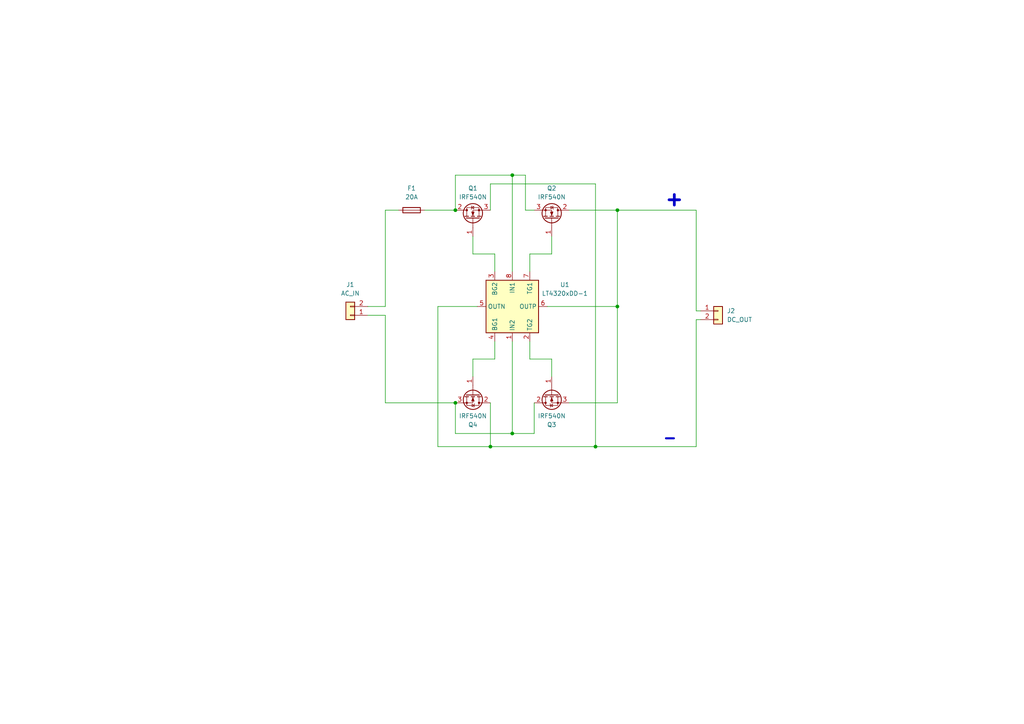
<source format=kicad_sch>
(kicad_sch (version 20231120) (generator "eeschema") (generator_version "8.0")
  (paper "A4")
  (lib_symbols
    (symbol "Connector_Generic:Conn_01x02" (pin_names (offset 1.016) hide)
      (property "Reference" "J" (at 0 2.54 0))
      (property "Value" "Conn_01x02" (at 0 -5.08 0))
      (symbol "Conn_01x02_1_1"
        (rectangle (start -1.27 -2.413) (end 0 -2.667) (stroke (width 0.1524)))
        (rectangle (start -1.27 0.127) (end 0 -0.127) (stroke (width 0.1524)))
        (rectangle (start -1.27 1.27) (end 1.27 -3.81) (stroke (width 0.254)) (fill (type background)))
        (pin passive line (at -5.08 0 0) (length 3.81) (name "Pin_1") (number "1"))
        (pin passive line (at -5.08 -2.54 0) (length 3.81) (name "Pin_2") (number "2"))
      )
    )
    (symbol "Device:Fuse" (pin_numbers hide) (pin_names (offset 0))
      (property "Reference" "F" (at 2.032 0 90))
      (property "Value" "Fuse" (at -1.905 0 90))
      (symbol "Fuse_0_1"
        (rectangle (start -0.762 -2.54) (end 0.762 2.54) (stroke (width 0.254)))
        (polyline (pts (xy 0 2.54) (xy 0 -2.54)))
      )
      (symbol "Fuse_1_1"
        (pin passive line (at 0 3.81 270) (length 1.27) (name "~") (number "1"))
        (pin passive line (at 0 -3.81 90) (length 1.27) (name "~") (number "2"))
      )
    )
    (symbol "Power_Management:LT4320xDD-1"
      (property "Reference" "U" (at -6.35 8.89 0))
      (property "Value" "LT4320xDD-1" (at 1.27 8.89 0))
      (symbol "LT4320xDD-1_0_1"
        (rectangle (start -7.62 7.62) (end 7.62 -7.62) (stroke (width 0.254)) (fill (type background)))
      )
      (symbol "LT4320xDD-1_1_1"
        (pin power_in line (at 10.16 0 180) (length 2.54) (name "IN2") (number "1"))
        (pin output line (at 10.16 5.08 180) (length 2.54) (name "TG2") (number "2"))
        (pin output line (at -10.16 -5.08 0) (length 2.54) (name "BG2") (number "3"))
        (pin output line (at 10.16 -5.08 180) (length 2.54) (name "BG1") (number "4"))
        (pin power_in line (at 0 -10.16 90) (length 2.54) (name "OUTN") (number "5"))
        (pin power_in line (at 0 10.16 270) (length 2.54) (name "OUTP") (number "6"))
        (pin output line (at -10.16 5.08 0) (length 2.54) (name "TG1") (number "7"))
        (pin power_in line (at -10.16 0 0) (length 2.54) (name "IN1") (number "8"))
        (pin passive line (at 0 -10.16 90) (length 2.54) hide (name "OUTN") (number "9"))
      )
    )
    (symbol "Transistor_FET:IRF540N" (pin_names hide)
      (property "Reference" "Q" (at 5.08 1.905 0))
      (property "Value" "IRF540N" (at 5.08 0 0))
      (symbol "IRF540N_0_1"
        (polyline (pts (xy 0.254 0) (xy -2.54 0)))
        (polyline (pts (xy 0.254 1.905) (xy 0.254 -1.905)) (stroke (width 0.254)))
        (polyline (pts (xy 0.762 -1.27) (xy 0.762 -2.286)) (stroke (width 0.254)))
        (polyline (pts (xy 0.762 0.508) (xy 0.762 -0.508)) (stroke (width 0.254)))
        (polyline (pts (xy 0.762 2.286) (xy 0.762 1.27)) (stroke (width 0.254)))
        (polyline (pts (xy 2.54 2.54) (xy 2.54 1.778)))
        (polyline (pts (xy 2.54 -2.54) (xy 2.54 0) (xy 0.762 0)))
        (polyline (pts (xy 0.762 -1.778) (xy 3.302 -1.778) (xy 3.302 1.778) (xy 0.762 1.778)))
        (polyline (pts (xy 1.016 0) (xy 2.032 0.381) (xy 2.032 -0.381) (xy 1.016 0)) (fill (type outline)))
        (polyline (pts (xy 2.794 0.508) (xy 2.921 0.381) (xy 3.683 0.381) (xy 3.81 0.254)))
        (polyline (pts (xy 3.302 0.381) (xy 2.921 -0.254) (xy 3.683 -0.254) (xy 3.302 0.381)))
        (circle (center 1.651 0) (radius 2.794) (stroke (width 0.254)))
        (circle (center 2.54 -1.778) (radius 0.254) (fill (type outline)))
        (circle (center 2.54 1.778) (radius 0.254) (fill (type outline)))
      )
      (symbol "IRF540N_1_1"
        (pin input line (at -5.08 0 0) (length 2.54) (name "G") (number "1"))
        (pin passive line (at 2.54 5.08 270) (length 2.54) (name "D") (number "2"))
        (pin passive line (at 2.54 -5.08 90) (length 2.54) (name "S") (number "3"))
      )
    )
  )
  (junction (at 132.08 116.84))
  (junction (at 179.07 88.9))
  (junction (at 148.59 125.73))
  (junction (at 179.07 60.96))
  (junction (at 172.72 129.54))
  (junction (at 148.59 50.8))
  (junction (at 142.24 129.54))
  (junction (at 132.08 60.96))
  (wire (pts (xy 148.59 99.06) (xy 148.59 125.73)))
  (wire (pts (xy 172.72 129.54) (xy 201.93 129.54)))
  (wire (pts (xy 138.43 88.9) (xy 127 88.9)))
  (wire (pts (xy 143.51 78.74) (xy 143.51 73.66)))
  (wire (pts (xy 179.07 60.96) (xy 179.07 88.9)))
  (wire (pts (xy 179.07 60.96) (xy 201.93 60.96)))
  (wire (pts (xy 143.51 104.14) (xy 137.16 104.14)))
  (wire (pts (xy 154.94 60.96) (xy 152.4 60.96)))
  (wire (pts (xy 152.4 50.8) (xy 148.59 50.8)))
  (wire (pts (xy 137.16 73.66) (xy 137.16 68.58)))
  (wire (pts (xy 132.08 125.73) (xy 132.08 116.84)))
  (wire (pts (xy 111.76 88.9) (xy 106.68 88.9)))
  (wire (pts (xy 148.59 125.73) (xy 132.08 125.73)))
  (wire (pts (xy 160.02 73.66) (xy 160.02 68.58)))
  (wire (pts (xy 127 88.9) (xy 127 129.54)))
  (wire (pts (xy 137.16 104.14) (xy 137.16 109.22)))
  (wire (pts (xy 153.67 99.06) (xy 153.67 104.14)))
  (wire (pts (xy 152.4 60.96) (xy 152.4 50.8)))
  (wire (pts (xy 160.02 104.14) (xy 160.02 109.22)))
  (wire (pts (xy 154.94 116.84) (xy 154.94 125.73)))
  (wire (pts (xy 123.19 60.96) (xy 132.08 60.96)))
  (wire (pts (xy 153.67 73.66) (xy 160.02 73.66)))
  (wire (pts (xy 132.08 50.8) (xy 132.08 60.96)))
  (wire (pts (xy 111.76 91.44) (xy 106.68 91.44)))
  (wire (pts (xy 154.94 125.73) (xy 148.59 125.73)))
  (wire (pts (xy 142.24 53.34) (xy 172.72 53.34)))
  (wire (pts (xy 179.07 88.9) (xy 179.07 116.84)))
  (wire (pts (xy 127 129.54) (xy 142.24 129.54)))
  (wire (pts (xy 115.57 60.96) (xy 111.76 60.96)))
  (wire (pts (xy 201.93 92.71) (xy 201.93 129.54)))
  (wire (pts (xy 143.51 99.06) (xy 143.51 104.14)))
  (wire (pts (xy 111.76 116.84) (xy 111.76 91.44)))
  (wire (pts (xy 172.72 53.34) (xy 172.72 129.54)))
  (wire (pts (xy 158.75 88.9) (xy 179.07 88.9)))
  (wire (pts (xy 142.24 60.96) (xy 142.24 53.34)))
  (wire (pts (xy 148.59 50.8) (xy 132.08 50.8)))
  (wire (pts (xy 201.93 60.96) (xy 201.93 90.17)))
  (wire (pts (xy 143.51 73.66) (xy 137.16 73.66)))
  (wire (pts (xy 165.1 116.84) (xy 179.07 116.84)))
  (wire (pts (xy 142.24 129.54) (xy 172.72 129.54)))
  (wire (pts (xy 111.76 60.96) (xy 111.76 88.9)))
  (wire (pts (xy 111.76 116.84) (xy 132.08 116.84)))
  (wire (pts (xy 148.59 50.8) (xy 148.59 78.74)))
  (wire (pts (xy 203.2 92.71) (xy 201.93 92.71)))
  (wire (pts (xy 165.1 60.96) (xy 179.07 60.96)))
  (wire (pts (xy 153.67 78.74) (xy 153.67 73.66)))
  (wire (pts (xy 201.93 90.17) (xy 203.2 90.17)))
  (wire (pts (xy 153.67 104.14) (xy 160.02 104.14)))
  (wire (pts (xy 142.24 116.84) (xy 142.24 129.54)))
  (text "+" (at 195.58 57.912 0) (effects (font (size 4 4) (thickness 0.8) (bold yes))))
  (text "_" (at 194.31 125.73 0) (effects (font (size 3 3) (bold yes))))
  (text "~" (at 102.616 80.518 0) (effects (font (size 4 4) (bold yes))))
  (symbol (lib_id "Power_Management:LT4320xDD-1") (at 148.59 88.9 270) (unit 1)
    (property "Reference" "U1" (at 163.83 82.5814 90))
    (property "Value" "LT4320xDD-1" (at 163.83 85.1214 90))
    (property "Footprint" "Package_DFN_QFN:DFN-8-1EP_3x3mm_P0.5mm_EP1.65x2.38mm" (effects (hide yes)))
    (property "Datasheet" "https://www.analog.com/media/en/technical-documentation/data-sheets/4320fb.pdf" (effects (hide yes)))
    (property "Description" "Ideal Diode Bridge Controller, DC to 600Hz, DFN-8" (effects (hide yes)))
  )
  (symbol (lib_id "Connector_Generic:Conn_01x02") (at 101.6 91.44 180) (unit 1)
    (property "Reference" "J1" (at 101.6 82.55 0))
    (property "Value" "AC_IN" (at 101.6 85.09 0))
    (property "Footprint" "Connector_Wire:SolderWire-2.5sqmm_1x02_P7.2mm_D2.4mm_OD3.6mm" (effects (hide yes)))
    (property "Description" "Generic connector, single row, 01x02, script generated (kicad-library-utils/schlib/autogen/connector/)" (effects (hide yes)))
  )
  (symbol (lib_id "Transistor_FET:IRF540N") (at 160.02 114.3 90) (mirror x) (unit 1)
    (property "Reference" "Q3" (at 160.02 123.19 90))
    (property "Value" "IRF540N" (at 160.02 120.65 90))
    (property "Footprint" "Package_TO_SOT_THT:TO-220-3_Vertical" (effects (hide yes)))
    (property "Datasheet" "http://www.irf.com/product-info/datasheets/data/irf540n.pdf" (effects (hide yes)))
    (property "Description" "33A Id, 100V Vds, HEXFET N-Channel MOSFET, TO-220" (effects (hide yes)))
  )
  (symbol (lib_id "Transistor_FET:IRF540N") (at 137.16 114.3 270) (unit 1)
    (property "Reference" "Q4" (at 137.16 123.19 90))
    (property "Value" "IRF540N" (at 137.16 120.65 90))
    (property "Footprint" "Package_TO_SOT_THT:TO-220-3_Vertical" (effects (hide yes)))
    (property "Datasheet" "http://www.irf.com/product-info/datasheets/data/irf540n.pdf" (effects (hide yes)))
    (property "Description" "33A Id, 100V Vds, HEXFET N-Channel MOSFET, TO-220" (effects (hide yes)))
  )
  (symbol (lib_id "Connector_Generic:Conn_01x02") (at 208.28 90.17 0) (unit 1)
    (property "Reference" "J2" (at 210.82 90.1699 0) (effects (justify left)))
    (property "Value" "DC_OUT" (at 210.82 92.7099 0) (effects (justify left)))
    (property "Footprint" "Connector_Wire:SolderWire-2.5sqmm_1x02_P7.2mm_D2.4mm_OD3.6mm" (effects (hide yes)))
    (property "Description" "Generic connector, single row, 01x02, script generated (kicad-library-utils/schlib/autogen/connector/)" (effects (hide yes)))
  )
  (symbol (lib_id "Device:Fuse") (at 119.38 60.96 90) (unit 1)
    (property "Reference" "F1" (at 119.38 54.61 90))
    (property "Value" "20A" (at 119.38 57.15 90))
    (property "Footprint" "Fuse:Fuse_Blade_ATO_directSolder" (effects (hide yes)))
    (property "Description" "Fuse" (effects (hide yes)))
  )
  (symbol (lib_id "Transistor_FET:IRF540N") (at 160.02 63.5 270) (mirror x) (unit 1)
    (property "Reference" "Q2" (at 160.02 54.61 90))
    (property "Value" "IRF540N" (at 160.02 57.15 90))
    (property "Footprint" "Package_TO_SOT_THT:TO-220-3_Vertical" (effects (hide yes)))
    (property "Datasheet" "http://www.irf.com/product-info/datasheets/data/irf540n.pdf" (effects (hide yes)))
    (property "Description" "33A Id, 100V Vds, HEXFET N-Channel MOSFET, TO-220" (effects (hide yes)))
  )
  (symbol (lib_id "Transistor_FET:IRF540N") (at 137.16 63.5 90) (unit 1)
    (property "Reference" "Q1" (at 137.16 54.61 90))
    (property "Value" "IRF540N" (at 137.16 57.15 90))
    (property "Footprint" "Package_TO_SOT_THT:TO-220-3_Vertical" (effects (hide yes)))
    (property "Datasheet" "http://www.irf.com/product-info/datasheets/data/irf540n.pdf" (effects (hide yes)))
    (property "Description" "33A Id, 100V Vds, HEXFET N-Channel MOSFET, TO-220" (effects (hide yes)))
  )
)
</source>
